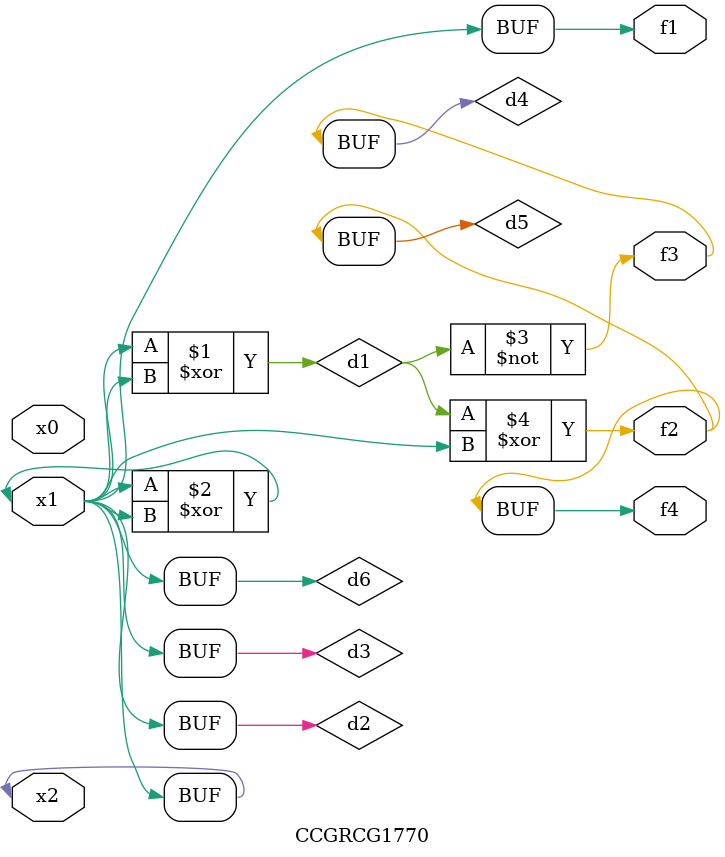
<source format=v>
module CCGRCG1770(
	input x0, x1, x2,
	output f1, f2, f3, f4
);

	wire d1, d2, d3, d4, d5, d6;

	xor (d1, x1, x2);
	buf (d2, x1, x2);
	xor (d3, x1, x2);
	nor (d4, d1);
	xor (d5, d1, d2);
	buf (d6, d2, d3);
	assign f1 = d6;
	assign f2 = d5;
	assign f3 = d4;
	assign f4 = d5;
endmodule

</source>
